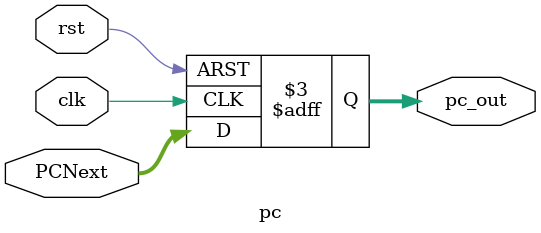
<source format=v>
`timescale 1ns / 1ps


module pc(
input clk, rst,
input[31:0] PCNext,
output reg[31:0] pc_out
    );

always@(posedge clk or negedge rst)
begin
    if(~rst) begin
        pc_out <= 32'b0;
    end
    
    else begin
        pc_out <= PCNext;
    end
end

endmodule

</source>
